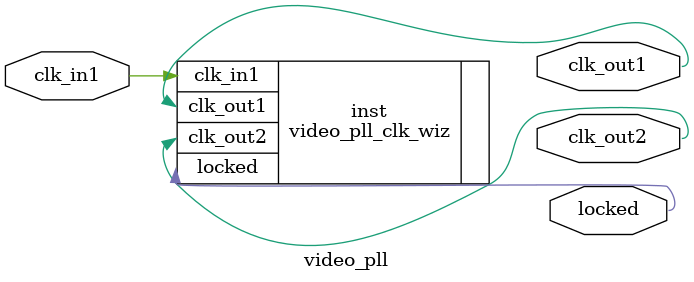
<source format=v>


`timescale 1ps/1ps

(* CORE_GENERATION_INFO = "video_pll,clk_wiz_v5_4_3_0,{component_name=video_pll,use_phase_alignment=true,use_min_o_jitter=false,use_max_i_jitter=false,use_dyn_phase_shift=false,use_inclk_switchover=false,use_dyn_reconfig=false,enable_axi=0,feedback_source=FDBK_AUTO,PRIMITIVE=MMCM,num_out_clk=2,clkin1_period=20.000,clkin2_period=10.0,use_power_down=false,use_reset=false,use_locked=true,use_inclk_stopped=false,feedback_type=SINGLE,CLOCK_MGR_TYPE=NA,manual_override=false}" *)

module video_pll 
 (
  // Clock out ports
  output        clk_out1,
  output        clk_out2,
  // Status and control signals
  output        locked,
 // Clock in ports
  input         clk_in1
 );

  video_pll_clk_wiz inst
  (
  // Clock out ports  
  .clk_out1(clk_out1),
  .clk_out2(clk_out2),
  // Status and control signals               
  .locked(locked),
 // Clock in ports
  .clk_in1(clk_in1)
  );

endmodule

</source>
